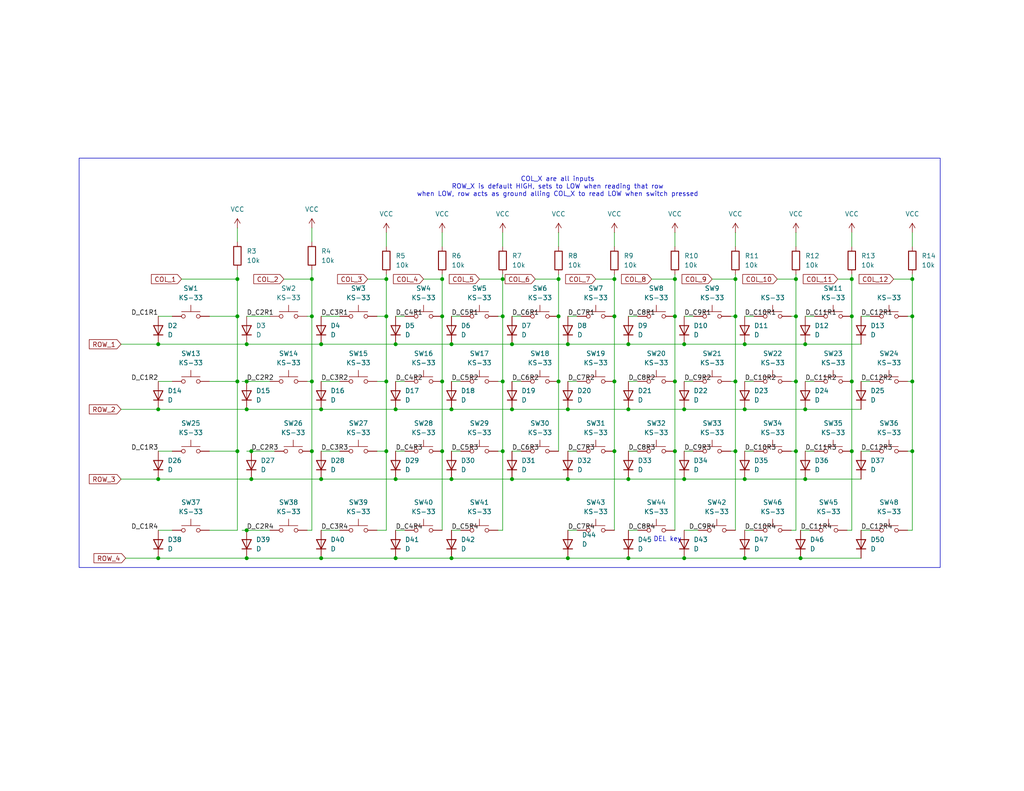
<source format=kicad_sch>
(kicad_sch (version 20231120) (generator "eeschema") (generator_version "8.0")
  (paper "USLetter")
  (title_block (title "40% Keyboard Switch Matrix") (date "2024-03-30") (rev "4") (company "Luke Zambella"))
  (lib_symbols
    (symbol "Device:D" (pin_numbers hide) (pin_names (offset 1.016) hide)
      (property "Reference" "D" (at 0 2.54 0))
      (property "Value" "D" (at 0 -2.54 0))
      (symbol "D_1_1"
        (pin passive line (at -3.81 0 0) (length 2.54) (name "K") (number "1"))
        (pin passive line (at 3.81 0 180) (length 2.54) (name "A") (number "2"))
      )
    )
    (symbol "Device:R" (pin_numbers hide) (pin_names (offset 0))
      (property "Reference" "R" (at 2.032 0 90))
      (property "Value" "R" (at 0 0 90))
      (symbol "R_1_1"
        (pin passive line (at 0 3.81 270) (length 1.27) (name "~") (number "1"))
        (pin passive line (at 0 -3.81 90) (length 1.27) (name "~") (number "2"))
      )
    )
    (symbol "Switches:Gateron_KS-33" (pin_numbers hide) (pin_names (offset 1.016) hide)
      (property "Reference" "SW" (at 1.27 2.54 0))
      (property "Value" "KS-33" (at 0 -1.524 0))
      (symbol "Gateron_KS-33_0_1"
        (pin passive line (at -5.08 0 0) (length 2.54) (name "1") (number "1"))
        (pin passive line (at 5.08 0 180) (length 2.54) (name "2") (number "2"))
      )
    )
    (symbol "power:VCC" (power) (pin_numbers hide) (pin_names (offset 0) hide)
      (property "Value" "VCC" (at 0 3.556 0))
      (symbol "VCC_1_1"
        (pin power_in line (at 0 0 90) (length 0) (name "~") (number "1"))
      )
    )
  )
  (junction (at 64.77 86.36))
  (junction (at 232.41 76.2))
  (junction (at 87.63 152.4))
  (junction (at 154.94 111.76))
  (junction (at 154.94 93.98))
  (junction (at 123.19 152.4))
  (junction (at 67.31 152.4))
  (junction (at 167.64 104.14))
  (junction (at 68.58 130.81))
  (junction (at 218.44 152.4))
  (junction (at 200.66 86.36))
  (junction (at 171.45 111.76))
  (junction (at 152.4 86.36))
  (junction (at 219.71 111.76))
  (junction (at 171.45 130.81))
  (junction (at 184.15 123.19))
  (junction (at 200.66 104.14))
  (junction (at 120.65 86.36))
  (junction (at 152.4 76.2))
  (junction (at 43.18 111.76))
  (junction (at 85.09 123.19))
  (junction (at 139.7 130.81))
  (junction (at 43.18 93.98))
  (junction (at 43.18 152.4))
  (junction (at 137.16 123.19))
  (junction (at 64.77 123.19))
  (junction (at 120.65 123.19))
  (junction (at 139.7 111.76))
  (junction (at 105.41 76.2))
  (junction (at 203.2 130.81))
  (junction (at 67.31 104.14))
  (junction (at 203.2 152.4))
  (junction (at 167.64 76.2))
  (junction (at 219.71 130.81))
  (junction (at 137.16 86.36))
  (junction (at 123.19 130.81))
  (junction (at 200.66 76.2))
  (junction (at 154.94 130.81))
  (junction (at 67.31 93.98))
  (junction (at 167.64 123.19))
  (junction (at 85.09 86.36))
  (junction (at 184.15 76.2))
  (junction (at 232.41 104.14))
  (junction (at 85.09 76.2))
  (junction (at 107.95 152.4))
  (junction (at 186.69 93.98))
  (junction (at 248.92 104.14))
  (junction (at 248.92 86.36))
  (junction (at 105.41 86.36))
  (junction (at 248.92 76.2))
  (junction (at 232.41 123.19))
  (junction (at 120.65 104.14))
  (junction (at 217.17 123.19))
  (junction (at 217.17 76.2))
  (junction (at 248.92 123.19))
  (junction (at 203.2 93.98))
  (junction (at 184.15 104.14))
  (junction (at 152.4 104.14))
  (junction (at 64.77 76.2))
  (junction (at 171.45 93.98))
  (junction (at 232.41 86.36))
  (junction (at 184.15 86.36))
  (junction (at 167.64 86.36))
  (junction (at 203.2 111.76))
  (junction (at 67.31 144.78))
  (junction (at 64.77 104.14))
  (junction (at 107.95 111.76))
  (junction (at 87.63 111.76))
  (junction (at 219.71 93.98))
  (junction (at 87.63 130.81))
  (junction (at 120.65 76.2))
  (junction (at 43.18 130.81))
  (junction (at 186.69 152.4))
  (junction (at 123.19 111.76))
  (junction (at 217.17 104.14))
  (junction (at 200.66 123.19))
  (junction (at 139.7 93.98))
  (junction (at 137.16 104.14))
  (junction (at 68.58 123.19))
  (junction (at 107.95 93.98))
  (junction (at 123.19 93.98))
  (junction (at 67.31 111.76))
  (junction (at 85.09 104.14))
  (junction (at 186.69 111.76))
  (junction (at 154.94 152.4))
  (junction (at 137.16 76.2))
  (junction (at 105.41 123.19))
  (junction (at 87.63 93.98))
  (junction (at 217.17 86.36))
  (junction (at 186.69 130.81))
  (junction (at 105.41 104.14))
  (junction (at 171.45 152.4))
  (junction (at 107.95 130.81))
  (wire (pts (xy 248.92 74.93) (xy 248.92 76.2)))
  (wire (pts (xy 123.19 104.14) (xy 125.73 104.14)))
  (wire (pts (xy 34.29 152.4) (xy 43.18 152.4)))
  (wire (pts (xy 85.09 104.14) (xy 85.09 123.19)))
  (wire (pts (xy 115.57 76.2) (xy 120.65 76.2)))
  (wire (pts (xy 105.41 86.36) (xy 105.41 104.14)))
  (wire (pts (xy 152.4 86.36) (xy 152.4 104.14)))
  (wire (pts (xy 64.77 76.2) (xy 64.77 86.36)))
  (wire (pts (xy 243.84 76.2) (xy 248.92 76.2)))
  (wire (pts (xy 171.45 93.98) (xy 154.94 93.98)))
  (wire (pts (xy 107.95 144.78) (xy 110.49 144.78)))
  (wire (pts (xy 64.77 104.14) (xy 64.77 123.19)))
  (wire (pts (xy 200.66 63.5) (xy 200.66 67.31)))
  (wire (pts (xy 218.44 152.4) (xy 234.95 152.4)))
  (wire (pts (xy 123.19 123.19) (xy 125.73 123.19)))
  (wire (pts (xy 186.69 144.78) (xy 190.5 144.78)))
  (wire (pts (xy 217.17 86.36) (xy 215.9 86.36)))
  (wire (pts (xy 219.71 111.76) (xy 234.95 111.76)))
  (wire (pts (xy 186.69 152.4) (xy 203.2 152.4)))
  (wire (pts (xy 177.8 76.2) (xy 184.15 76.2)))
  (wire (pts (xy 137.16 63.5) (xy 137.16 67.31)))
  (wire (pts (xy 64.77 62.23) (xy 64.77 66.04)))
  (wire (pts (xy 87.63 123.19) (xy 92.71 123.19)))
  (wire (pts (xy 154.94 152.4) (xy 171.45 152.4)))
  (wire (pts (xy 186.69 130.81) (xy 203.2 130.81)))
  (wire (pts (xy 107.95 123.19) (xy 110.49 123.19)))
  (wire (pts (xy 154.94 93.98) (xy 139.7 93.98)))
  (wire (pts (xy 102.87 104.14) (xy 105.41 104.14)))
  (wire (pts (xy 167.64 104.14) (xy 167.64 123.19)))
  (wire (pts (xy 85.09 86.36) (xy 83.82 86.36)))
  (wire (pts (xy 154.94 104.14) (xy 157.48 104.14)))
  (wire (pts (xy 232.41 74.93) (xy 232.41 76.2)))
  (wire (pts (xy 217.17 144.78) (xy 215.9 144.78)))
  (wire (pts (xy 248.92 123.19) (xy 247.65 123.19)))
  (wire (pts (xy 171.45 111.76) (xy 186.69 111.76)))
  (wire (pts (xy 139.7 86.36) (xy 142.24 86.36)))
  (wire (pts (xy 64.77 104.14) (xy 57.15 104.14)))
  (wire (pts (xy 203.2 152.4) (xy 218.44 152.4)))
  (wire (pts (xy 64.77 86.36) (xy 57.15 86.36)))
  (wire (pts (xy 234.95 86.36) (xy 237.49 86.36)))
  (wire (pts (xy 232.41 104.14) (xy 232.41 123.19)))
  (wire (pts (xy 77.47 76.2) (xy 85.09 76.2)))
  (wire (pts (xy 248.92 86.36) (xy 247.65 86.36)))
  (wire (pts (xy 203.2 123.19) (xy 205.74 123.19)))
  (wire (pts (xy 167.64 86.36) (xy 167.64 104.14)))
  (wire (pts (xy 184.15 76.2) (xy 184.15 86.36)))
  (wire (pts (xy 67.31 86.36) (xy 73.66 86.36)))
  (wire (pts (xy 85.09 123.19) (xy 85.09 144.78)))
  (wire (pts (xy 154.94 130.81) (xy 171.45 130.81)))
  (wire (pts (xy 107.95 111.76) (xy 123.19 111.76)))
  (wire (pts (xy 200.66 74.93) (xy 200.66 76.2)))
  (wire (pts (xy 218.44 144.78) (xy 220.98 144.78)))
  (wire (pts (xy 184.15 104.14) (xy 184.15 123.19)))
  (wire (pts (xy 85.09 144.78) (xy 83.82 144.78)))
  (wire (pts (xy 139.7 123.19) (xy 142.24 123.19)))
  (wire (pts (xy 100.33 76.2) (xy 105.41 76.2)))
  (wire (pts (xy 68.58 130.81) (xy 87.63 130.81)))
  (wire (pts (xy 219.71 86.36) (xy 222.25 86.36)))
  (wire (pts (xy 167.64 74.93) (xy 167.64 76.2)))
  (wire (pts (xy 200.66 123.19) (xy 200.66 144.78)))
  (wire (pts (xy 107.95 130.81) (xy 123.19 130.81)))
  (wire (pts (xy 87.63 144.78) (xy 92.71 144.78)))
  (wire (pts (xy 120.65 74.93) (xy 120.65 76.2)))
  (wire (pts (xy 105.41 104.14) (xy 105.41 123.19)))
  (wire (pts (xy 234.95 93.98) (xy 219.71 93.98)))
  (wire (pts (xy 139.7 93.98) (xy 123.19 93.98)))
  (wire (pts (xy 217.17 86.36) (xy 217.17 104.14)))
  (wire (pts (xy 248.92 104.14) (xy 247.65 104.14)))
  (wire (pts (xy 137.16 123.19) (xy 137.16 144.78)))
  (wire (pts (xy 186.69 86.36) (xy 189.23 86.36)))
  (wire (pts (xy 154.94 144.78) (xy 157.48 144.78)))
  (wire (pts (xy 152.4 76.2) (xy 152.4 86.36)))
  (wire (pts (xy 248.92 76.2) (xy 248.92 86.36)))
  (wire (pts (xy 184.15 123.19) (xy 184.15 144.78)))
  (wire (pts (xy 228.6 76.2) (xy 232.41 76.2)))
  (wire (pts (xy 85.09 86.36) (xy 85.09 104.14)))
  (wire (pts (xy 123.19 86.36) (xy 125.73 86.36)))
  (wire (pts (xy 120.65 63.5) (xy 120.65 67.31)))
  (wire (pts (xy 137.16 86.36) (xy 135.89 86.36)))
  (wire (pts (xy 200.66 86.36) (xy 200.66 104.14)))
  (wire (pts (xy 87.63 93.98) (xy 107.95 93.98)))
  (wire (pts (xy 171.45 123.19) (xy 173.99 123.19)))
  (wire (pts (xy 167.64 123.19) (xy 167.64 144.78)))
  (wire (pts (xy 68.58 123.19) (xy 74.93 123.19)))
  (wire (pts (xy 85.09 104.14) (xy 83.82 104.14)))
  (wire (pts (xy 217.17 63.5) (xy 217.17 67.31)))
  (wire (pts (xy 49.53 76.2) (xy 64.77 76.2)))
  (wire (pts (xy 200.66 76.2) (xy 200.66 86.36)))
  (wire (pts (xy 217.17 104.14) (xy 217.17 123.19)))
  (wire (pts (xy 200.66 123.19) (xy 199.39 123.19)))
  (wire (pts (xy 232.41 123.19) (xy 232.41 144.78)))
  (wire (pts (xy 203.2 111.76) (xy 219.71 111.76)))
  (wire (pts (xy 171.45 144.78) (xy 173.99 144.78)))
  (wire (pts (xy 102.87 86.36) (xy 105.41 86.36)))
  (wire (pts (xy 105.41 74.93) (xy 105.41 76.2)))
  (wire (pts (xy 102.87 144.78) (xy 105.41 144.78)))
  (wire (pts (xy 171.45 130.81) (xy 186.69 130.81)))
  (wire (pts (xy 43.18 86.36) (xy 46.99 86.36)))
  (wire (pts (xy 105.41 76.2) (xy 105.41 86.36)))
  (wire (pts (xy 67.31 93.98) (xy 87.63 93.98)))
  (wire (pts (xy 152.4 74.93) (xy 152.4 76.2)))
  (wire (pts (xy 194.31 76.2) (xy 200.66 76.2)))
  (wire (pts (xy 139.7 111.76) (xy 154.94 111.76)))
  (wire (pts (xy 67.31 144.78) (xy 66.04 144.78)))
  (wire (pts (xy 186.69 123.19) (xy 189.23 123.19)))
  (wire (pts (xy 43.18 152.4) (xy 67.31 152.4)))
  (wire (pts (xy 43.18 144.78) (xy 46.99 144.78)))
  (wire (pts (xy 162.56 76.2) (xy 167.64 76.2)))
  (wire (pts (xy 105.41 123.19) (xy 105.41 144.78)))
  (wire (pts (xy 33.02 111.76) (xy 43.18 111.76)))
  (wire (pts (xy 234.95 144.78) (xy 237.49 144.78)))
  (wire (pts (xy 167.64 76.2) (xy 167.64 86.36)))
  (wire (pts (xy 219.71 130.81) (xy 234.95 130.81)))
  (wire (pts (xy 120.65 86.36) (xy 120.65 104.14)))
  (wire (pts (xy 123.19 152.4) (xy 154.94 152.4)))
  (wire (pts (xy 234.95 123.19) (xy 237.49 123.19)))
  (wire (pts (xy 219.71 93.98) (xy 203.2 93.98)))
  (wire (pts (xy 203.2 93.98) (xy 186.69 93.98)))
  (wire (pts (xy 43.18 104.14) (xy 46.99 104.14)))
  (wire (pts (xy 171.45 104.14) (xy 173.99 104.14)))
  (wire (pts (xy 137.16 144.78) (xy 135.89 144.78)))
  (wire (pts (xy 248.92 104.14) (xy 248.92 123.19)))
  (wire (pts (xy 85.09 62.23) (xy 85.09 66.04)))
  (wire (pts (xy 154.94 86.36) (xy 157.48 86.36)))
  (wire (pts (xy 200.66 104.14) (xy 200.66 123.19)))
  (wire (pts (xy 137.16 104.14) (xy 135.89 104.14)))
  (wire (pts (xy 184.15 63.5) (xy 184.15 67.31)))
  (wire (pts (xy 248.92 86.36) (xy 248.92 104.14)))
  (wire (pts (xy 219.71 123.19) (xy 222.25 123.19)))
  (wire (pts (xy 219.71 104.14) (xy 222.25 104.14)))
  (wire (pts (xy 123.19 111.76) (xy 139.7 111.76)))
  (wire (pts (xy 67.31 104.14) (xy 73.66 104.14)))
  (wire (pts (xy 123.19 93.98) (xy 107.95 93.98)))
  (wire (pts (xy 152.4 63.5) (xy 152.4 67.31)))
  (wire (pts (xy 171.45 152.4) (xy 186.69 152.4)))
  (wire (pts (xy 120.65 123.19) (xy 120.65 144.78)))
  (wire (pts (xy 203.2 130.81) (xy 219.71 130.81)))
  (wire (pts (xy 234.95 104.14) (xy 237.49 104.14)))
  (wire (pts (xy 85.09 76.2) (xy 85.09 86.36)))
  (wire (pts (xy 87.63 152.4) (xy 107.95 152.4)))
  (wire (pts (xy 217.17 76.2) (xy 217.17 86.36)))
  (wire (pts (xy 217.17 74.93) (xy 217.17 76.2)))
  (wire (pts (xy 64.77 86.36) (xy 64.77 104.14)))
  (wire (pts (xy 137.16 76.2) (xy 137.16 86.36)))
  (wire (pts (xy 123.19 130.81) (xy 139.7 130.81)))
  (wire (pts (xy 64.77 123.19) (xy 64.77 144.78)))
  (wire (pts (xy 248.92 63.5) (xy 248.92 67.31)))
  (wire (pts (xy 87.63 104.14) (xy 92.71 104.14)))
  (wire (pts (xy 87.63 130.81) (xy 107.95 130.81)))
  (wire (pts (xy 64.77 73.66) (xy 64.77 76.2)))
  (wire (pts (xy 67.31 144.78) (xy 73.66 144.78)))
  (wire (pts (xy 33.02 130.81) (xy 43.18 130.81)))
  (wire (pts (xy 200.66 86.36) (xy 199.39 86.36)))
  (wire (pts (xy 154.94 111.76) (xy 171.45 111.76)))
  (wire (pts (xy 139.7 104.14) (xy 142.24 104.14)))
  (wire (pts (xy 217.17 104.14) (xy 215.9 104.14)))
  (wire (pts (xy 137.16 74.93) (xy 137.16 76.2)))
  (wire (pts (xy 64.77 144.78) (xy 57.15 144.78)))
  (wire (pts (xy 102.87 123.19) (xy 105.41 123.19)))
  (wire (pts (xy 87.63 111.76) (xy 107.95 111.76)))
  (wire (pts (xy 43.18 93.98) (xy 67.31 93.98)))
  (wire (pts (xy 33.02 93.98) (xy 43.18 93.98)))
  (wire (pts (xy 203.2 86.36) (xy 205.74 86.36)))
  (wire (pts (xy 123.19 144.78) (xy 125.73 144.78)))
  (wire (pts (xy 137.16 123.19) (xy 135.89 123.19)))
  (wire (pts (xy 167.64 63.5) (xy 167.64 67.31)))
  (wire (pts (xy 67.31 111.76) (xy 87.63 111.76)))
  (wire (pts (xy 217.17 123.19) (xy 215.9 123.19)))
  (wire (pts (xy 217.17 123.19) (xy 217.17 144.78)))
  (wire (pts (xy 232.41 63.5) (xy 232.41 67.31)))
  (wire (pts (xy 43.18 111.76) (xy 67.31 111.76)))
  (wire (pts (xy 232.41 144.78) (xy 231.14 144.78)))
  (wire (pts (xy 137.16 86.36) (xy 137.16 104.14)))
  (wire (pts (xy 203.2 144.78) (xy 205.74 144.78)))
  (wire (pts (xy 64.77 123.19) (xy 57.15 123.19)))
  (wire (pts (xy 146.05 76.2) (xy 152.4 76.2)))
  (wire (pts (xy 212.09 76.2) (xy 217.17 76.2)))
  (wire (pts (xy 186.69 104.14) (xy 189.23 104.14)))
  (wire (pts (xy 43.18 123.19) (xy 46.99 123.19)))
  (wire (pts (xy 154.94 123.19) (xy 157.48 123.19)))
  (wire (pts (xy 137.16 104.14) (xy 137.16 123.19)))
  (wire (pts (xy 105.41 63.5) (xy 105.41 67.31)))
  (wire (pts (xy 171.45 86.36) (xy 173.99 86.36)))
  (wire (pts (xy 130.81 76.2) (xy 137.16 76.2)))
  (wire (pts (xy 232.41 86.36) (xy 232.41 104.14)))
  (wire (pts (xy 43.18 130.81) (xy 68.58 130.81)))
  (wire (pts (xy 200.66 104.14) (xy 199.39 104.14)))
  (wire (pts (xy 67.31 152.4) (xy 87.63 152.4)))
  (wire (pts (xy 67.31 104.14) (xy 66.04 104.14)))
  (wire (pts (xy 107.95 86.36) (xy 110.49 86.36)))
  (wire (pts (xy 232.41 76.2) (xy 232.41 86.36)))
  (wire (pts (xy 120.65 104.14) (xy 120.65 123.19)))
  (wire (pts (xy 248.92 144.78) (xy 247.65 144.78)))
  (wire (pts (xy 120.65 76.2) (xy 120.65 86.36)))
  (wire (pts (xy 85.09 73.66) (xy 85.09 76.2)))
  (wire (pts (xy 107.95 104.14) (xy 110.49 104.14)))
  (wire (pts (xy 139.7 130.81) (xy 154.94 130.81)))
  (wire (pts (xy 152.4 104.14) (xy 152.4 123.19)))
  (wire (pts (xy 87.63 86.36) (xy 92.71 86.36)))
  (wire (pts (xy 186.69 93.98) (xy 171.45 93.98)))
  (wire (pts (xy 184.15 74.93) (xy 184.15 76.2)))
  (wire (pts (xy 68.58 123.19) (xy 67.31 123.19)))
  (wire (pts (xy 186.69 111.76) (xy 203.2 111.76)))
  (wire (pts (xy 184.15 86.36) (xy 184.15 104.14)))
  (wire (pts (xy 107.95 152.4) (xy 123.19 152.4)))
  (wire (pts (xy 203.2 104.14) (xy 205.74 104.14)))
  (wire (pts (xy 248.92 123.19) (xy 248.92 144.78)))
  (rectangle (start 21.59 43.18) (end 256.54 154.94))
  (text "DEL key\n" (at 182.118 147.32 0) (effects (font (size 1.27 1.27))))
  (text "COL_X are all inputs\nROW_X is default HIGH, sets to LOW when reading that row\nwhen LOW, row acts as ground alling COL_X to read LOW when switch pressed" (at 152.146 51.054 0) (effects (font (size 1.27 1.27))))
  (label "D_C10R1" (at 203.2 86.36 0))
  (label "D_C10R2" (at 203.2 104.14 0))
  (label "D_C2R1" (at 67.31 86.36 0))
  (label "D_C12R2" (at 234.95 104.14 0))
  (label "D_C9R4" (at 187.96 144.78 0))
  (label "D_C5R1" (at 123.19 86.36 0))
  (label "D_C3R1" (at 87.63 86.36 0))
  (label "D_C10R4" (at 203.2 144.78 0))
  (label "D_C9R3" (at 186.69 123.19 0))
  (label "D_C1R2" (at 43.18 104.14 180))
  (label "D_C7R1" (at 154.94 86.36 0))
  (label "D_C11R2" (at 219.71 104.14 0))
  (label "D_C5R4" (at 123.19 144.78 0))
  (label "D_C6R3" (at 139.7 123.19 0))
  (label "D_C5R3" (at 123.19 123.19 0))
  (label "D_C4R2" (at 107.95 104.14 0))
  (label "D_C4R3" (at 107.95 123.19 0))
  (label "D_C4R1" (at 107.95 86.36 0))
  (label "D_C1R3" (at 43.18 123.19 180))
  (label "D_C7R4" (at 154.94 144.78 0))
  (label "D_C5R2" (at 123.19 104.14 0))
  (label "D_C2R2" (at 67.31 104.14 0))
  (label "D_C3R3" (at 87.63 123.19 0))
  (label "D_C11R3" (at 219.71 123.19 0))
  (label "D_C7R3" (at 154.94 123.19 0))
  (label "D_C12R1" (at 234.95 86.36 0))
  (label "D_C2R3" (at 68.58 123.19 0))
  (label "D_C1R4" (at 43.18 144.78 180))
  (label "D_C7R2" (at 154.94 104.14 0))
  (label "D_C8R2" (at 171.45 104.14 0))
  (label "D_C1R1" (at 43.18 86.36 180))
  (label "D_C9R1" (at 186.69 86.36 0))
  (label "D_C6R1" (at 139.7 86.36 0))
  (label "D_C2R4" (at 67.31 144.78 0))
  (label "D_C8R1" (at 171.45 86.36 0))
  (label "D_C11R4" (at 218.44 144.78 0))
  (label "D_C3R2" (at 87.63 104.14 0))
  (label "D_C12R3" (at 234.95 123.19 0))
  (label "D_C3R4" (at 87.63 144.78 0))
  (label "D_C9R2" (at 186.69 104.14 0))
  (label "D_C8R4" (at 171.45 144.78 0))
  (label "D_C6R2" (at 139.7 104.14 0))
  (label "D_C4R4" (at 107.95 144.78 0))
  (label "D_C10R3" (at 203.2 123.19 0))
  (label "D_C11R1" (at 219.71 86.36 0))
  (label "D_C12R4" (at 234.95 144.78 0))
  (label "D_C8R3" (at 171.45 123.19 0))
  (global_label "ROW_2" (shape input) (at 33.02 111.76 180) (property "Intersheetrefs" "${INTERSHEET_REFS}" (effects (hide yes))))
  (global_label "COL_1" (shape input) (at 49.53 76.2 180) (property "Intersheetrefs" "${INTERSHEET_REFS}" (effects (hide yes))))
  (global_label "ROW_4" (shape input) (at 34.29 152.4 180) (property "Intersheetrefs" "${INTERSHEET_REFS}" (effects (hide yes))))
  (global_label "COL_7" (shape input) (at 162.56 76.2 180) (property "Intersheetrefs" "${INTERSHEET_REFS}" (effects (hide yes))))
  (global_label "COL_9" (shape input) (at 194.31 76.2 180) (property "Intersheetrefs" "${INTERSHEET_REFS}" (effects (hide yes))))
  (global_label "ROW_1" (shape input) (at 33.02 93.98 180) (property "Intersheetrefs" "${INTERSHEET_REFS}" (effects (hide yes))))
  (global_label "COL_6" (shape input) (at 146.05 76.2 180) (property "Intersheetrefs" "${INTERSHEET_REFS}" (effects (hide yes))))
  (global_label "COL_10" (shape input) (at 212.09 76.2 180) (property "Intersheetrefs" "${INTERSHEET_REFS}" (effects (hide yes))))
  (global_label "COL_11" (shape input) (at 228.6 76.2 180) (property "Intersheetrefs" "${INTERSHEET_REFS}" (effects (hide yes))))
  (global_label "COL_8" (shape input) (at 177.8 76.2 180) (property "Intersheetrefs" "${INTERSHEET_REFS}" (effects (hide yes))))
  (global_label "COL_12" (shape input) (at 243.84 76.2 180) (property "Intersheetrefs" "${INTERSHEET_REFS}" (effects (hide yes))))
  (global_label "COL_5" (shape input) (at 130.81 76.2 180) (property "Intersheetrefs" "${INTERSHEET_REFS}" (effects (hide yes))))
  (global_label "COL_3" (shape input) (at 100.33 76.2 180) (property "Intersheetrefs" "${INTERSHEET_REFS}" (effects (hide yes))))
  (global_label "COL_4" (shape input) (at 115.57 76.2 180) (property "Intersheetrefs" "${INTERSHEET_REFS}" (effects (hide yes))))
  (global_label "ROW_3" (shape input) (at 33.02 130.81 180) (property "Intersheetrefs" "${INTERSHEET_REFS}" (effects (hide yes))))
  (global_label "COL_2" (shape input) (at 77.47 76.2 180) (property "Intersheetrefs" "${INTERSHEET_REFS}" (effects (hide yes))))
  (symbol (lib_id "power:VCC") (at 120.65 63.5 0) (unit 1)
    (property "Reference" "#PWR011" (effects (hide yes)))
    (property "Value" "VCC" (at 120.65 58.42 0))
    (property "Description" "Power symbol creates a global label with name \"VCC\"" (effects (hide yes)))
  )
  (symbol (lib_id "power:VCC") (at 167.64 63.5 0) (unit 1)
    (property "Reference" "#PWR014" (effects (hide yes)))
    (property "Value" "VCC" (at 167.64 58.42 0))
    (property "Description" "Power symbol creates a global label with name \"VCC\"" (effects (hide yes)))
  )
  (symbol (lib_id "Switches:Gateron_KS-33") (at 78.74 144.78 0) (unit 1)
    (property "Reference" "SW38" (at 78.74 137.16 0))
    (property "Value" "KS-33" (at 78.74 139.7 0))
    (property "Footprint" "Keyboard Switches:SW_Gateron_LowProfile_THT" (effects (hide yes)))
    (property "Description" "Push button switch, generic, two pins" (effects (hide yes)))
  )
  (symbol (lib_id "Switches:Gateron_KS-33") (at 162.56 123.19 0) (unit 1)
    (property "Reference" "SW31" (at 162.56 115.57 0))
    (property "Value" "KS-33" (at 162.56 118.11 0))
    (property "Footprint" "Keyboard Switches:SW_Gateron_LowProfile_THT" (effects (hide yes)))
    (property "Description" "Push button switch, generic, two pins" (effects (hide yes)))
  )
  (symbol (lib_id "Device:D") (at 87.63 107.95 90) (unit 1)
    (property "Reference" "D16" (at 90.17 106.6799 90) (effects (justify right)))
    (property "Value" "D" (at 90.17 109.2199 90) (effects (justify right)))
    (property "Footprint" "Diode_SMD:D_SOD-123" (effects (hide yes)))
    (property "Description" "Diode" (effects (hide yes)))
    (property "Sim.Device" "D" (effects (hide yes)))
    (property "Sim.Pins" "1=K 2=A" (effects (hide yes)))
  )
  (symbol (lib_id "power:VCC") (at 85.09 62.23 0) (unit 1)
    (property "Reference" "#PWR09" (effects (hide yes)))
    (property "Value" "VCC" (at 85.09 57.15 0))
    (property "Description" "Power symbol creates a global label with name \"VCC\"" (effects (hide yes)))
  )
  (symbol (lib_id "Switches:Gateron_KS-33") (at 179.07 104.14 0) (unit 1)
    (property "Reference" "SW20" (at 179.07 96.52 0))
    (property "Value" "KS-33" (at 179.07 99.06 0))
    (property "Footprint" "Keyboard Switches:SW_Gateron_LowProfile_THT" (effects (hide yes)))
    (property "Description" "Push button switch, generic, two pins" (effects (hide yes)))
  )
  (symbol (lib_id "Device:D") (at 171.45 107.95 90) (unit 1)
    (property "Reference" "D21" (at 173.99 106.6799 90) (effects (justify right)))
    (property "Value" "D" (at 173.99 109.2199 90) (effects (justify right)))
    (property "Footprint" "Diode_SMD:D_SOD-123" (effects (hide yes)))
    (property "Description" "Diode" (effects (hide yes)))
    (property "Sim.Device" "D" (effects (hide yes)))
    (property "Sim.Pins" "1=K 2=A" (effects (hide yes)))
  )
  (symbol (lib_id "Device:D") (at 67.31 90.17 90) (unit 1)
    (property "Reference" "D3" (at 69.85 88.8999 90) (effects (justify right)))
    (property "Value" "D" (at 69.85 91.4399 90) (effects (justify right)))
    (property "Footprint" "Diode_SMD:D_SOD-123" (effects (hide yes)))
    (property "Description" "Diode" (effects (hide yes)))
    (property "Sim.Device" "D" (effects (hide yes)))
    (property "Sim.Pins" "1=K 2=A" (effects (hide yes)))
  )
  (symbol (lib_id "Device:D") (at 186.69 90.17 90) (unit 1)
    (property "Reference" "D10" (at 189.23 88.8999 90) (effects (justify right)))
    (property "Value" "D" (at 189.23 91.4399 90) (effects (justify right)))
    (property "Footprint" "Diode_SMD:D_SOD-123" (effects (hide yes)))
    (property "Description" "Diode" (effects (hide yes)))
    (property "Sim.Device" "D" (effects (hide yes)))
    (property "Sim.Pins" "1=K 2=A" (effects (hide yes)))
  )
  (symbol (lib_id "Device:D") (at 218.44 148.59 90) (unit 1)
    (property "Reference" "D46" (at 220.98 147.3199 90) (effects (justify right)))
    (property "Value" "D" (at 220.98 149.8599 90) (effects (justify right)))
    (property "Footprint" "Diode_SMD:D_SOD-123" (effects (hide yes)))
    (property "Description" "Diode" (effects (hide yes)))
    (property "Sim.Device" "D" (effects (hide yes)))
    (property "Sim.Pins" "1=K 2=A" (effects (hide yes)))
  )
  (symbol (lib_id "Switches:Gateron_KS-33") (at 210.82 123.19 0) (unit 1)
    (property "Reference" "SW34" (at 210.82 115.57 0))
    (property "Value" "KS-33" (at 210.82 118.11 0))
    (property "Footprint" "Keyboard Switches:SW_Gateron_LowProfile_THT" (effects (hide yes)))
    (property "Description" "Push button switch, generic, two pins" (effects (hide yes)))
  )
  (symbol (lib_id "Switches:Gateron_KS-33") (at 115.57 104.14 0) (unit 1)
    (property "Reference" "SW16" (at 115.57 96.52 0))
    (property "Value" "KS-33" (at 115.57 99.06 0))
    (property "Footprint" "Keyboard Switches:SW_Gateron_LowProfile_THT" (effects (hide yes)))
    (property "Description" "Push button switch, generic, two pins" (effects (hide yes)))
  )
  (symbol (lib_id "Device:D") (at 43.18 90.17 90) (unit 1)
    (property "Reference" "D2" (at 45.72 88.8999 90) (effects (justify right)))
    (property "Value" "D" (at 45.72 91.4399 90) (effects (justify right)))
    (property "Footprint" "Diode_SMD:D_SOD-123" (effects (hide yes)))
    (property "Description" "Diode" (effects (hide yes)))
    (property "Sim.Device" "D" (effects (hide yes)))
    (property "Sim.Pins" "1=K 2=A" (effects (hide yes)))
  )
  (symbol (lib_id "Switches:Gateron_KS-33") (at 227.33 104.14 0) (unit 1)
    (property "Reference" "SW23" (at 227.33 96.52 0))
    (property "Value" "KS-33" (at 227.33 99.06 0))
    (property "Footprint" "Keyboard Switches:SW_Gateron_LowProfile_THT" (effects (hide yes)))
    (property "Description" "Push button switch, generic, two pins" (effects (hide yes)))
  )
  (symbol (lib_id "Switches:Gateron_KS-33") (at 179.07 86.36 0) (unit 1)
    (property "Reference" "SW8" (at 179.07 78.74 0))
    (property "Value" "KS-33" (at 179.07 81.28 0))
    (property "Footprint" "Keyboard Switches:SW_Gateron_LowProfile_THT" (effects (hide yes)))
    (property "Description" "Push button switch, generic, two pins" (effects (hide yes)))
  )
  (symbol (lib_id "Device:D") (at 43.18 127 90) (unit 1)
    (property "Reference" "D26" (at 45.72 125.7299 90) (effects (justify right)))
    (property "Value" "D" (at 45.72 128.2699 90) (effects (justify right)))
    (property "Footprint" "Diode_SMD:D_SOD-123" (effects (hide yes)))
    (property "Description" "Diode" (effects (hide yes)))
    (property "Sim.Device" "D" (effects (hide yes)))
    (property "Sim.Pins" "1=K 2=A" (effects (hide yes)))
  )
  (symbol (lib_id "Device:D") (at 154.94 90.17 90) (unit 1)
    (property "Reference" "D8" (at 157.48 88.8999 90) (effects (justify right)))
    (property "Value" "D" (at 157.48 91.4399 90) (effects (justify right)))
    (property "Footprint" "Diode_SMD:D_SOD-123" (effects (hide yes)))
    (property "Description" "Diode" (effects (hide yes)))
    (property "Sim.Device" "D" (effects (hide yes)))
    (property "Sim.Pins" "1=K 2=A" (effects (hide yes)))
  )
  (symbol (lib_id "Switches:Gateron_KS-33") (at 210.82 144.78 0) (unit 1)
    (property "Reference" "SW46" (at 210.82 137.16 0))
    (property "Value" "KS-33" (at 210.82 139.7 0))
    (property "Footprint" "Keyboard Switches:SW_Gateron_LowProfile_THT" (effects (hide yes)))
    (property "Description" "Push button switch, generic, two pins" (effects (hide yes)))
  )
  (symbol (lib_id "power:VCC") (at 200.66 63.5 0) (unit 1)
    (property "Reference" "#PWR016" (effects (hide yes)))
    (property "Value" "VCC" (at 200.66 58.42 0))
    (property "Description" "Power symbol creates a global label with name \"VCC\"" (effects (hide yes)))
  )
  (symbol (lib_id "Switches:Gateron_KS-33") (at 52.07 104.14 0) (unit 1)
    (property "Reference" "SW13" (at 52.07 96.52 0))
    (property "Value" "KS-33" (at 52.07 99.06 0))
    (property "Footprint" "Keyboard Switches:SW_Gateron_LowProfile_THT" (effects (hide yes)))
    (property "Description" "Push button switch, generic, two pins" (effects (hide yes)))
  )
  (symbol (lib_id "Device:D") (at 123.19 148.59 90) (unit 1)
    (property "Reference" "D42" (at 125.73 147.3199 90) (effects (justify right)))
    (property "Value" "D" (at 125.73 149.8599 90) (effects (justify right)))
    (property "Footprint" "Diode_SMD:D_SOD-123" (effects (hide yes)))
    (property "Description" "Diode" (effects (hide yes)))
    (property "Sim.Device" "D" (effects (hide yes)))
    (property "Sim.Pins" "1=K 2=A" (effects (hide yes)))
  )
  (symbol (lib_id "Device:D") (at 123.19 127 90) (unit 1)
    (property "Reference" "D30" (at 125.73 125.7299 90) (effects (justify right)))
    (property "Value" "D" (at 125.73 128.2699 90) (effects (justify right)))
    (property "Footprint" "Diode_SMD:D_SOD-123" (effects (hide yes)))
    (property "Description" "Diode" (effects (hide yes)))
    (property "Sim.Device" "D" (effects (hide yes)))
    (property "Sim.Pins" "1=K 2=A" (effects (hide yes)))
  )
  (symbol (lib_id "Switches:Gateron_KS-33") (at 97.79 104.14 0) (unit 1)
    (property "Reference" "SW15" (at 97.79 96.52 0))
    (property "Value" "KS-33" (at 97.79 99.06 0))
    (property "Footprint" "Keyboard Switches:SW_Gateron_LowProfile_THT" (effects (hide yes)))
    (property "Description" "Push button switch, generic, two pins" (effects (hide yes)))
  )
  (symbol (lib_id "Device:D") (at 234.95 90.17 90) (unit 1)
    (property "Reference" "D13" (at 237.49 88.8999 90) (effects (justify right)))
    (property "Value" "D" (at 237.49 91.4399 90) (effects (justify right)))
    (property "Footprint" "Diode_SMD:D_SOD-123" (effects (hide yes)))
    (property "Description" "Diode" (effects (hide yes)))
    (property "Sim.Device" "D" (effects (hide yes)))
    (property "Sim.Pins" "1=K 2=A" (effects (hide yes)))
  )
  (symbol (lib_id "Switches:Gateron_KS-33") (at 179.07 144.78 0) (unit 1)
    (property "Reference" "SW44" (at 179.07 137.16 0))
    (property "Value" "KS-33" (at 179.07 139.7 0))
    (property "Footprint" "Keyboard Switches:SW_Gateron_LowProfile_THT" (effects (hide yes)))
    (property "Description" "Push button switch, generic, two pins" (effects (hide yes)))
  )
  (symbol (lib_id "Device:D") (at 154.94 148.59 90) (unit 1)
    (property "Reference" "D44" (at 158.75 146.0499 90) (effects (justify right)))
    (property "Value" "D" (at 158.75 148.5899 90) (effects (justify right)))
    (property "Footprint" "Diode_SMD:D_SOD-123" (effects (hide yes)))
    (property "Description" "Diode" (effects (hide yes)))
    (property "Sim.Device" "D" (effects (hide yes)))
    (property "Sim.Pins" "1=K 2=A" (effects (hide yes)))
  )
  (symbol (lib_id "Device:D") (at 171.45 148.59 90) (unit 1)
    (property "Reference" "D45" (at 173.99 147.3199 90) (effects (justify right)))
    (property "Value" "D" (at 173.99 149.8599 90) (effects (justify right)))
    (property "Footprint" "Diode_SMD:D_SOD-123" (effects (hide yes)))
    (property "Description" "Diode" (effects (hide yes)))
    (property "Sim.Device" "D" (effects (hide yes)))
    (property "Sim.Pins" "1=K 2=A" (effects (hide yes)))
  )
  (symbol (lib_id "Device:R") (at 184.15 71.12 180) (unit 1)
    (property "Reference" "R10" (at 186.69 69.8499 0) (effects (justify right)))
    (property "Value" "10k" (at 186.69 72.3899 0) (effects (justify right)))
    (property "Footprint" "Resistor_SMD:R_1206_3216Metric" (effects (hide yes)))
    (property "Description" "Resistor" (effects (hide yes)))
  )
  (symbol (lib_id "Switches:Gateron_KS-33") (at 194.31 86.36 0) (unit 1)
    (property "Reference" "SW9" (at 194.31 78.74 0))
    (property "Value" "KS-33" (at 194.31 81.28 0))
    (property "Footprint" "Keyboard Switches:SW_Gateron_LowProfile_THT" (effects (hide yes)))
    (property "Description" "Push button switch, generic, two pins" (effects (hide yes)))
  )
  (symbol (lib_id "Switches:Gateron_KS-33") (at 80.01 123.19 0) (unit 1)
    (property "Reference" "SW26" (at 80.01 115.57 0))
    (property "Value" "KS-33" (at 80.01 118.11 0))
    (property "Footprint" "Keyboard Switches:SW_Gateron_LowProfile_THT" (effects (hide yes)))
    (property "Description" "Push button switch, generic, two pins" (effects (hide yes)))
  )
  (symbol (lib_id "Device:D") (at 186.69 127 90) (unit 1)
    (property "Reference" "D34" (at 189.23 125.7299 90) (effects (justify right)))
    (property "Value" "D" (at 189.23 128.2699 90) (effects (justify right)))
    (property "Footprint" "Diode_SMD:D_SOD-123" (effects (hide yes)))
    (property "Description" "Diode" (effects (hide yes)))
    (property "Sim.Device" "D" (effects (hide yes)))
    (property "Sim.Pins" "1=K 2=A" (effects (hide yes)))
  )
  (symbol (lib_id "Switches:Gateron_KS-33") (at 52.07 123.19 0) (unit 1)
    (property "Reference" "SW25" (at 52.07 115.57 0))
    (property "Value" "KS-33" (at 52.07 118.11 0))
    (property "Footprint" "Keyboard Switches:SW_Gateron_LowProfile_THT" (effects (hide yes)))
    (property "Description" "Push button switch, generic, two pins" (effects (hide yes)))
  )
  (symbol (lib_id "Switches:Gateron_KS-33") (at 195.58 144.78 0) (unit 1)
    (property "Reference" "SW42" (at 195.58 137.16 0))
    (property "Value" "KS-33" (at 195.58 139.7 0))
    (property "Footprint" "Keyboard Switches:SW_Gateron_LowProfile_THT" (effects (hide yes)))
    (property "Description" "Push button switch, generic, two pins" (effects (hide yes)))
  )
  (symbol (lib_id "Device:D") (at 219.71 107.95 90) (unit 1)
    (property "Reference" "D24" (at 222.25 106.6799 90) (effects (justify right)))
    (property "Value" "D" (at 222.25 109.2199 90) (effects (justify right)))
    (property "Footprint" "Diode_SMD:D_SOD-123" (effects (hide yes)))
    (property "Description" "Diode" (effects (hide yes)))
    (property "Sim.Device" "D" (effects (hide yes)))
    (property "Sim.Pins" "1=K 2=A" (effects (hide yes)))
  )
  (symbol (lib_id "Switches:Gateron_KS-33") (at 227.33 86.36 0) (unit 1)
    (property "Reference" "SW11" (at 227.33 78.74 0))
    (property "Value" "KS-33" (at 227.33 81.28 0))
    (property "Footprint" "Keyboard Switches:SW_Gateron_LowProfile_THT" (effects (hide yes)))
    (property "Description" "Push button switch, generic, two pins" (effects (hide yes)))
  )
  (symbol (lib_id "power:VCC") (at 232.41 63.5 0) (unit 1)
    (property "Reference" "#PWR018" (effects (hide yes)))
    (property "Value" "VCC" (at 232.41 58.42 0))
    (property "Description" "Power symbol creates a global label with name \"VCC\"" (effects (hide yes)))
  )
  (symbol (lib_id "Device:D") (at 87.63 148.59 90) (unit 1)
    (property "Reference" "D40" (at 90.17 147.3199 90) (effects (justify right)))
    (property "Value" "D" (at 90.17 149.8599 90) (effects (justify right)))
    (property "Footprint" "Diode_SMD:D_SOD-123" (effects (hide yes)))
    (property "Description" "Diode" (effects (hide yes)))
    (property "Sim.Device" "D" (effects (hide yes)))
    (property "Sim.Pins" "1=K 2=A" (effects (hide yes)))
  )
  (symbol (lib_id "Device:D") (at 154.94 127 90) (unit 1)
    (property "Reference" "D32" (at 157.48 125.7299 90) (effects (justify right)))
    (property "Value" "D" (at 157.48 128.2699 90) (effects (justify right)))
    (property "Footprint" "Diode_SMD:D_SOD-123" (effects (hide yes)))
    (property "Description" "Diode" (effects (hide yes)))
    (property "Sim.Device" "D" (effects (hide yes)))
    (property "Sim.Pins" "1=K 2=A" (effects (hide yes)))
  )
  (symbol (lib_id "Device:R") (at 137.16 71.12 180) (unit 1)
    (property "Reference" "R7" (at 139.7 69.8499 0) (effects (justify right)))
    (property "Value" "10k" (at 139.7 72.3899 0) (effects (justify right)))
    (property "Footprint" "Resistor_SMD:R_1206_3216Metric" (effects (hide yes)))
    (property "Description" "Resistor" (effects (hide yes)))
  )
  (symbol (lib_id "Device:D") (at 68.58 127 90) (unit 1)
    (property "Reference" "D27" (at 71.12 125.7299 90) (effects (justify right)))
    (property "Value" "D" (at 71.12 128.2699 90) (effects (justify right)))
    (property "Footprint" "Diode_SMD:D_SOD-123" (effects (hide yes)))
    (property "Description" "Diode" (effects (hide yes)))
    (property "Sim.Device" "D" (effects (hide yes)))
    (property "Sim.Pins" "1=K 2=A" (effects (hide yes)))
  )
  (symbol (lib_id "power:VCC") (at 105.41 63.5 0) (unit 1)
    (property "Reference" "#PWR010" (effects (hide yes)))
    (property "Value" "VCC" (at 105.41 58.42 0))
    (property "Description" "Power symbol creates a global label with name \"VCC\"" (effects (hide yes)))
  )
  (symbol (lib_id "Switches:Gateron_KS-33") (at 242.57 86.36 0) (unit 1)
    (property "Reference" "SW12" (effects (hide yes)))
    (property "Value" "KS-33" (at 242.57 81.28 0))
    (property "Footprint" "Keyboard Switches:SW_Gateron_LowProfile_THT" (effects (hide yes)))
    (property "Description" "Push button switch, generic, two pins" (effects (hide yes)))
  )
  (symbol (lib_id "Device:D") (at 67.31 107.95 90) (unit 1)
    (property "Reference" "D15" (at 69.85 106.6799 90) (effects (justify right)))
    (property "Value" "D" (at 69.85 109.2199 90) (effects (justify right)))
    (property "Footprint" "Diode_SMD:D_SOD-123" (effects (hide yes)))
    (property "Description" "Diode" (effects (hide yes)))
    (property "Sim.Device" "D" (effects (hide yes)))
    (property "Sim.Pins" "1=K 2=A" (effects (hide yes)))
  )
  (symbol (lib_id "Switches:Gateron_KS-33") (at 194.31 123.19 0) (unit 1)
    (property "Reference" "SW33" (at 194.31 115.57 0))
    (property "Value" "KS-33" (at 194.31 118.11 0))
    (property "Footprint" "Keyboard Switches:SW_Gateron_LowProfile_THT" (effects (hide yes)))
    (property "Description" "Push button switch, generic, two pins" (effects (hide yes)))
  )
  (symbol (lib_id "Switches:Gateron_KS-33") (at 130.81 123.19 0) (unit 1)
    (property "Reference" "SW29" (at 130.81 115.57 0))
    (property "Value" "KS-33" (at 130.81 118.11 0))
    (property "Footprint" "Keyboard Switches:SW_Gateron_LowProfile_THT" (effects (hide yes)))
    (property "Description" "Push button switch, generic, two pins" (effects (hide yes)))
  )
  (symbol (lib_id "Device:D") (at 107.95 90.17 90) (unit 1)
    (property "Reference" "D5" (at 110.49 88.8999 90) (effects (justify right)))
    (property "Value" "D" (at 110.49 91.4399 90) (effects (justify right)))
    (property "Footprint" "Diode_SMD:D_SOD-123" (effects (hide yes)))
    (property "Description" "Diode" (effects (hide yes)))
    (property "Sim.Device" "D" (effects (hide yes)))
    (property "Sim.Pins" "1=K 2=A" (effects (hide yes)))
  )
  (symbol (lib_id "Device:D") (at 43.18 107.95 90) (unit 1)
    (property "Reference" "D14" (at 45.72 106.6799 90) (effects (justify right)))
    (property "Value" "D" (at 45.72 109.2199 90) (effects (justify right)))
    (property "Footprint" "Diode_SMD:D_SOD-123" (effects (hide yes)))
    (property "Description" "Diode" (effects (hide yes)))
    (property "Sim.Device" "D" (effects (hide yes)))
    (property "Sim.Pins" "1=K 2=A" (effects (hide yes)))
  )
  (symbol (lib_id "Device:D") (at 203.2 90.17 90) (unit 1)
    (property "Reference" "D11" (at 205.74 88.8999 90) (effects (justify right)))
    (property "Value" "D" (at 205.74 91.4399 90) (effects (justify right)))
    (property "Footprint" "Diode_SMD:D_SOD-123" (effects (hide yes)))
    (property "Description" "Diode" (effects (hide yes)))
    (property "Sim.Device" "D" (effects (hide yes)))
    (property "Sim.Pins" "1=K 2=A" (effects (hide yes)))
  )
  (symbol (lib_id "Switches:Gateron_KS-33") (at 52.07 86.36 0) (unit 1)
    (property "Reference" "SW1" (at 52.07 78.74 0))
    (property "Value" "KS-33" (at 52.07 81.28 0))
    (property "Footprint" "Keyboard Switches:SW_Gateron_LowProfile_THT" (effects (hide yes)))
    (property "Description" "Push button switch, generic, two pins" (effects (hide yes)))
  )
  (symbol (lib_id "Device:R") (at 167.64 71.12 180) (unit 1)
    (property "Reference" "R9" (at 170.18 69.8499 0) (effects (justify right)))
    (property "Value" "10k" (at 170.18 72.3899 0) (effects (justify right)))
    (property "Footprint" "Resistor_SMD:R_1206_3216Metric" (effects (hide yes)))
    (property "Description" "Resistor" (effects (hide yes)))
  )
  (symbol (lib_id "Switches:Gateron_KS-33") (at 162.56 86.36 0) (unit 1)
    (property "Reference" "SW7" (at 162.56 78.74 0))
    (property "Value" "KS-33" (at 162.56 81.28 0))
    (property "Footprint" "Keyboard Switches:SW_Gateron_LowProfile_THT" (effects (hide yes)))
    (property "Description" "Push button switch, generic, two pins" (effects (hide yes)))
  )
  (symbol (lib_id "Switches:Gateron_KS-33") (at 194.31 104.14 0) (unit 1)
    (property "Reference" "SW21" (at 194.31 96.52 0))
    (property "Value" "KS-33" (at 194.31 99.06 0))
    (property "Footprint" "Keyboard Switches:SW_Gateron_LowProfile_THT" (effects (hide yes)))
    (property "Description" "Push button switch, generic, two pins" (effects (hide yes)))
  )
  (symbol (lib_id "power:VCC") (at 137.16 63.5 0) (unit 1)
    (property "Reference" "#PWR012" (effects (hide yes)))
    (property "Value" "VCC" (at 137.16 58.42 0))
    (property "Description" "Power symbol creates a global label with name \"VCC\"" (effects (hide yes)))
  )
  (symbol (lib_id "Device:D") (at 107.95 127 90) (unit 1)
    (property "Reference" "D29" (at 110.49 125.7299 90) (effects (justify right)))
    (property "Value" "D" (at 110.49 128.2699 90) (effects (justify right)))
    (property "Footprint" "Diode_SMD:D_SOD-123" (effects (hide yes)))
    (property "Description" "Diode" (effects (hide yes)))
    (property "Sim.Device" "D" (effects (hide yes)))
    (property "Sim.Pins" "1=K 2=A" (effects (hide yes)))
  )
  (symbol (lib_id "Device:D") (at 154.94 107.95 90) (unit 1)
    (property "Reference" "D20" (at 157.48 106.6799 90) (effects (justify right)))
    (property "Value" "D" (at 157.48 109.2199 90) (effects (justify right)))
    (property "Footprint" "Diode_SMD:D_SOD-123" (effects (hide yes)))
    (property "Description" "Diode" (effects (hide yes)))
    (property "Sim.Device" "D" (effects (hide yes)))
    (property "Sim.Pins" "1=K 2=A" (effects (hide yes)))
  )
  (symbol (lib_id "Device:D") (at 43.18 148.59 90) (unit 1)
    (property "Reference" "D38" (at 45.72 147.3199 90) (effects (justify right)))
    (property "Value" "D" (at 45.72 149.8599 90) (effects (justify right)))
    (property "Footprint" "Diode_SMD:D_SOD-123" (effects (hide yes)))
    (property "Description" "Diode" (effects (hide yes)))
    (property "Sim.Device" "D" (effects (hide yes)))
    (property "Sim.Pins" "1=K 2=A" (effects (hide yes)))
  )
  (symbol (lib_id "Device:D") (at 186.69 148.59 90) (unit 1)
    (property "Reference" "D43" (at 189.23 147.3199 90) (effects (justify right)))
    (property "Value" "D" (at 189.23 149.8599 90) (effects (justify right)))
    (property "Footprint" "Diode_SMD:D_SOD-123" (effects (hide yes)))
    (property "Description" "Diode" (effects (hide yes)))
    (property "Sim.Device" "D" (effects (hide yes)))
    (property "Sim.Pins" "1=K 2=A" (effects (hide yes)))
  )
  (symbol (lib_id "power:VCC") (at 184.15 63.5 0) (unit 1)
    (property "Reference" "#PWR015" (effects (hide yes)))
    (property "Value" "VCC" (at 184.15 58.42 0))
    (property "Description" "Power symbol creates a global label with name \"VCC\"" (effects (hide yes)))
  )
  (symbol (lib_id "Switches:Gateron_KS-33") (at 242.57 104.14 0) (unit 1)
    (property "Reference" "SW24" (at 242.57 96.52 0))
    (property "Value" "KS-33" (at 242.57 99.06 0))
    (property "Footprint" "Keyboard Switches:SW_Gateron_LowProfile_THT" (effects (hide yes)))
    (property "Description" "Push button switch, generic, two pins" (effects (hide yes)))
  )
  (symbol (lib_id "Device:D") (at 203.2 107.95 90) (unit 1)
    (property "Reference" "D23" (at 205.74 106.6799 90) (effects (justify right)))
    (property "Value" "D" (at 205.74 109.2199 90) (effects (justify right)))
    (property "Footprint" "Diode_SMD:D_SOD-123" (effects (hide yes)))
    (property "Description" "Diode" (effects (hide yes)))
    (property "Sim.Device" "D" (effects (hide yes)))
    (property "Sim.Pins" "1=K 2=A" (effects (hide yes)))
  )
  (symbol (lib_id "Device:R") (at 232.41 71.12 180) (unit 1)
    (property "Reference" "R13" (at 234.95 69.8499 0) (effects (justify right)))
    (property "Value" "10k" (at 234.95 72.3899 0) (effects (justify right)))
    (property "Footprint" "Resistor_SMD:R_1206_3216Metric" (effects (hide yes)))
    (property "Description" "Resistor" (effects (hide yes)))
  )
  (symbol (lib_id "Switches:Gateron_KS-33") (at 147.32 86.36 0) (unit 1)
    (property "Reference" "SW6" (at 147.32 78.74 0))
    (property "Value" "KS-33" (at 147.32 81.28 0))
    (property "Footprint" "Keyboard Switches:SW_Gateron_LowProfile_THT" (effects (hide yes)))
    (property "Description" "Push button switch, generic, two pins" (effects (hide yes)))
  )
  (symbol (lib_id "Switches:Gateron_KS-33") (at 115.57 144.78 0) (unit 1)
    (property "Reference" "SW40" (at 115.57 137.16 0))
    (property "Value" "KS-33" (at 115.57 139.7 0))
    (property "Footprint" "Keyboard Switches:SW_Gateron_LowProfile_THT" (effects (hide yes)))
    (property "Description" "Push button switch, generic, two pins" (effects (hide yes)))
  )
  (symbol (lib_id "Switches:Gateron_KS-33") (at 210.82 104.14 0) (unit 1)
    (property "Reference" "SW22" (at 210.82 96.52 0))
    (property "Value" "KS-33" (at 210.82 99.06 0))
    (property "Footprint" "Keyboard Switches:SW_Gateron_LowProfile_THT" (effects (hide yes)))
    (property "Description" "Push button switch, generic, two pins" (effects (hide yes)))
  )
  (symbol (lib_id "Device:R") (at 120.65 71.12 180) (unit 1)
    (property "Reference" "R6" (at 123.19 69.8499 0) (effects (justify right)))
    (property "Value" "10k" (at 123.19 72.3899 0) (effects (justify right)))
    (property "Footprint" "Resistor_SMD:R_1206_3216Metric" (effects (hide yes)))
    (property "Description" "Resistor" (effects (hide yes)))
  )
  (symbol (lib_id "Switches:Gateron_KS-33") (at 147.32 104.14 0) (unit 1)
    (property "Reference" "SW18" (at 147.32 96.52 0))
    (property "Value" "KS-33" (at 147.32 99.06 0))
    (property "Footprint" "Keyboard Switches:SW_Gateron_LowProfile_THT" (effects (hide yes)))
    (property "Description" "Push button switch, generic, two pins" (effects (hide yes)))
  )
  (symbol (lib_id "Switches:Gateron_KS-33") (at 115.57 123.19 0) (unit 1)
    (property "Reference" "SW28" (at 115.57 115.57 0))
    (property "Value" "KS-33" (at 115.57 118.11 0))
    (property "Footprint" "Keyboard Switches:SW_Gateron_LowProfile_THT" (effects (hide yes)))
    (property "Description" "Push button switch, generic, two pins" (effects (hide yes)))
  )
  (symbol (lib_id "Device:D") (at 203.2 127 90) (unit 1)
    (property "Reference" "D35" (at 205.74 125.7299 90) (effects (justify right)))
    (property "Value" "D" (at 205.74 128.2699 90) (effects (justify right)))
    (property "Footprint" "Diode_SMD:D_SOD-123" (effects (hide yes)))
    (property "Description" "Diode" (effects (hide yes)))
    (property "Sim.Device" "D" (effects (hide yes)))
    (property "Sim.Pins" "1=K 2=A" (effects (hide yes)))
  )
  (symbol (lib_id "Device:R") (at 64.77 69.85 180) (unit 1)
    (property "Reference" "R3" (at 67.31 68.5799 0) (effects (justify right)))
    (property "Value" "10k" (at 67.31 71.1199 0) (effects (justify right)))
    (property "Footprint" "Resistor_SMD:R_1206_3216Metric" (effects (hide yes)))
    (property "Description" "Resistor" (effects (hide yes)))
  )
  (symbol (lib_id "Device:D") (at 123.19 107.95 90) (unit 1)
    (property "Reference" "D18" (at 125.73 106.6799 90) (effects (justify right)))
    (property "Value" "D" (at 125.73 109.2199 90) (effects (justify right)))
    (property "Footprint" "Diode_SMD:D_SOD-123" (effects (hide yes)))
    (property "Description" "Diode" (effects (hide yes)))
    (property "Sim.Device" "D" (effects (hide yes)))
    (property "Sim.Pins" "1=K 2=A" (effects (hide yes)))
  )
  (symbol (lib_id "Device:D") (at 87.63 127 90) (unit 1)
    (property "Reference" "D28" (at 90.17 125.7299 90) (effects (justify right)))
    (property "Value" "D" (at 90.17 128.2699 90) (effects (justify right)))
    (property "Footprint" "Diode_SMD:D_SOD-123" (effects (hide yes)))
    (property "Description" "Diode" (effects (hide yes)))
    (property "Sim.Device" "D" (effects (hide yes)))
    (property "Sim.Pins" "1=K 2=A" (effects (hide yes)))
  )
  (symbol (lib_id "Device:D") (at 186.69 107.95 90) (unit 1)
    (property "Reference" "D22" (at 189.23 106.6799 90) (effects (justify right)))
    (property "Value" "D" (at 189.23 109.2199 90) (effects (justify right)))
    (property "Footprint" "Diode_SMD:D_SOD-123" (effects (hide yes)))
    (property "Description" "Diode" (effects (hide yes)))
    (property "Sim.Device" "D" (effects (hide yes)))
    (property "Sim.Pins" "1=K 2=A" (effects (hide yes)))
  )
  (symbol (lib_id "Switches:Gateron_KS-33") (at 130.81 104.14 0) (unit 1)
    (property "Reference" "SW17" (at 130.81 96.52 0))
    (property "Value" "KS-33" (at 130.81 99.06 0))
    (property "Footprint" "Keyboard Switches:SW_Gateron_LowProfile_THT" (effects (hide yes)))
    (property "Description" "Push button switch, generic, two pins" (effects (hide yes)))
  )
  (symbol (lib_id "Device:D") (at 234.95 148.59 90) (unit 1)
    (property "Reference" "D50" (at 237.49 147.3199 90) (effects (justify right)))
    (property "Value" "D" (at 237.49 149.8599 90) (effects (justify right)))
    (property "Footprint" "Diode_SMD:D_SOD-123" (effects (hide yes)))
    (property "Description" "Diode" (effects (hide yes)))
    (property "Sim.Device" "D" (effects (hide yes)))
    (property "Sim.Pins" "1=K 2=A" (effects (hide yes)))
  )
  (symbol (lib_id "Device:R") (at 85.09 69.85 180) (unit 1)
    (property "Reference" "R4" (at 87.63 68.5799 0) (effects (justify right)))
    (property "Value" "10k" (at 87.63 71.1199 0) (effects (justify right)))
    (property "Footprint" "Resistor_SMD:R_1206_3216Metric" (effects (hide yes)))
    (property "Description" "Resistor" (effects (hide yes)))
  )
  (symbol (lib_id "Switches:Gateron_KS-33") (at 115.57 86.36 0) (unit 1)
    (property "Reference" "SW4" (at 115.57 78.74 0))
    (property "Value" "KS-33" (at 115.57 81.28 0))
    (property "Footprint" "Keyboard Switches:SW_Gateron_LowProfile_THT" (effects (hide yes)))
    (property "Description" "Push button switch, generic, two pins" (effects (hide yes)))
  )
  (symbol (lib_id "Device:R") (at 200.66 71.12 180) (unit 1)
    (property "Reference" "R11" (at 203.2 69.8499 0) (effects (justify right)))
    (property "Value" "10k" (at 203.2 72.3899 0) (effects (justify right)))
    (property "Footprint" "Resistor_SMD:R_1206_3216Metric" (effects (hide yes)))
    (property "Description" "Resistor" (effects (hide yes)))
  )
  (symbol (lib_id "Switches:Gateron_KS-33") (at 97.79 123.19 0) (unit 1)
    (property "Reference" "SW27" (at 97.79 115.57 0))
    (property "Value" "KS-33" (at 97.79 118.11 0))
    (property "Footprint" "Keyboard Switches:SW_Gateron_LowProfile_THT" (effects (hide yes)))
    (property "Description" "Push button switch, generic, two pins" (effects (hide yes)))
  )
  (symbol (lib_id "Device:D") (at 234.95 127 90) (unit 1)
    (property "Reference" "D37" (at 237.49 125.7299 90) (effects (justify right)))
    (property "Value" "D" (at 237.49 128.2699 90) (effects (justify right)))
    (property "Footprint" "Diode_SMD:D_SOD-123" (effects (hide yes)))
    (property "Description" "Diode" (effects (hide yes)))
    (property "Sim.Device" "D" (effects (hide yes)))
    (property "Sim.Pins" "1=K 2=A" (effects (hide yes)))
  )
  (symbol (lib_id "Switches:Gateron_KS-33") (at 52.07 144.78 0) (unit 1)
    (property "Reference" "SW37" (at 52.07 137.16 0))
    (property "Value" "KS-33" (at 52.07 139.7 0))
    (property "Footprint" "Keyboard Switches:SW_Gateron_LowProfile_THT" (effects (hide yes)))
    (property "Description" "Push button switch, generic, two pins" (effects (hide yes)))
  )
  (symbol (lib_id "Device:D") (at 219.71 127 90) (unit 1)
    (property "Reference" "D36" (at 222.25 125.7299 90) (effects (justify right)))
    (property "Value" "D" (at 222.25 128.2699 90) (effects (justify right)))
    (property "Footprint" "Diode_SMD:D_SOD-123" (effects (hide yes)))
    (property "Description" "Diode" (effects (hide yes)))
    (property "Sim.Device" "D" (effects (hide yes)))
    (property "Sim.Pins" "1=K 2=A" (effects (hide yes)))
  )
  (symbol (lib_id "Switches:Gateron_KS-33") (at 179.07 123.19 0) (unit 1)
    (property "Reference" "SW32" (at 179.07 115.57 0))
    (property "Value" "KS-33" (at 179.07 118.11 0))
    (property "Footprint" "Keyboard Switches:SW_Gateron_LowProfile_THT" (effects (hide yes)))
    (property "Description" "Push button switch, generic, two pins" (effects (hide yes)))
  )
  (symbol (lib_id "power:VCC") (at 248.92 63.5 0) (unit 1)
    (property "Reference" "#PWR019" (effects (hide yes)))
    (property "Value" "VCC" (at 248.92 58.42 0))
    (property "Description" "Power symbol creates a global label with name \"VCC\"" (effects (hide yes)))
  )
  (symbol (lib_id "Switches:Gateron_KS-33") (at 78.74 104.14 0) (unit 1)
    (property "Reference" "SW14" (at 78.74 96.52 0))
    (property "Value" "KS-33" (at 78.74 99.06 0))
    (property "Footprint" "Keyboard Switches:SW_Gateron_LowProfile_THT" (effects (hide yes)))
    (property "Description" "Push button switch, generic, two pins" (effects (hide yes)))
  )
  (symbol (lib_id "power:VCC") (at 64.77 62.23 0) (unit 1)
    (property "Reference" "#PWR08" (effects (hide yes)))
    (property "Value" "VCC" (at 64.77 57.15 0))
    (property "Description" "Power symbol creates a global label with name \"VCC\"" (effects (hide yes)))
  )
  (symbol (lib_id "power:VCC") (at 152.4 63.5 0) (unit 1)
    (property "Reference" "#PWR013" (effects (hide yes)))
    (property "Value" "VCC" (at 152.4 58.42 0))
    (property "Description" "Power symbol creates a global label with name \"VCC\"" (effects (hide yes)))
  )
  (symbol (lib_id "Device:D") (at 171.45 127 90) (unit 1)
    (property "Reference" "D33" (at 173.99 125.7299 90) (effects (justify right)))
    (property "Value" "D" (at 173.99 128.2699 90) (effects (justify right)))
    (property "Footprint" "Diode_SMD:D_SOD-123" (effects (hide yes)))
    (property "Description" "Diode" (effects (hide yes)))
    (property "Sim.Device" "D" (effects (hide yes)))
    (property "Sim.Pins" "1=K 2=A" (effects (hide yes)))
  )
  (symbol (lib_id "Device:R") (at 152.4 71.12 180) (unit 1)
    (property "Reference" "R8" (at 154.94 69.8499 0) (effects (justify right)))
    (property "Value" "10k" (at 154.94 72.3899 0) (effects (justify right)))
    (property "Footprint" "Resistor_SMD:R_1206_3216Metric" (effects (hide yes)))
    (property "Description" "Resistor" (effects (hide yes)))
  )
  (symbol (lib_id "Switches:Gateron_KS-33") (at 242.57 144.78 0) (unit 1)
    (property "Reference" "SW48" (at 242.57 137.16 0))
    (property "Value" "KS-33" (at 242.57 139.7 0))
    (property "Footprint" "Keyboard Switches:SW_Gateron_LowProfile_THT" (effects (hide yes)))
    (property "Description" "Push button switch, generic, two pins" (effects (hide yes)))
  )
  (symbol (lib_id "Switches:Gateron_KS-33") (at 147.32 123.19 0) (unit 1)
    (property "Reference" "SW30" (at 147.32 115.57 0))
    (property "Value" "KS-33" (at 147.32 118.11 0))
    (property "Footprint" "Keyboard Switches:SW_Gateron_LowProfile_THT" (effects (hide yes)))
    (property "Description" "Push button switch, generic, two pins" (effects (hide yes)))
  )
  (symbol (lib_id "Device:D") (at 139.7 127 90) (unit 1)
    (property "Reference" "D31" (at 142.24 125.7299 90) (effects (justify right)))
    (property "Value" "D" (at 142.24 128.2699 90) (effects (justify right)))
    (property "Footprint" "Diode_SMD:D_SOD-123" (effects (hide yes)))
    (property "Description" "Diode" (effects (hide yes)))
    (property "Sim.Device" "D" (effects (hide yes)))
    (property "Sim.Pins" "1=K 2=A" (effects (hide yes)))
  )
  (symbol (lib_id "Switches:Gateron_KS-33") (at 130.81 86.36 0) (unit 1)
    (property "Reference" "SW5" (at 130.81 78.74 0))
    (property "Value" "KS-33" (at 130.81 81.28 0))
    (property "Footprint" "Keyboard Switches:SW_Gateron_LowProfile_THT" (effects (hide yes)))
    (property "Description" "Push button switch, generic, two pins" (effects (hide yes)))
  )
  (symbol (lib_id "Switches:Gateron_KS-33") (at 162.56 144.78 0) (unit 1)
    (property "Reference" "SW43" (at 162.56 137.16 0))
    (property "Value" "KS-33" (at 162.56 139.7 0))
    (property "Footprint" "Keyboard Switches:SW_Gateron_LowProfile_THT" (effects (hide yes)))
    (property "Description" "Push button switch, generic, two pins" (effects (hide yes)))
  )
  (symbol (lib_id "Device:D") (at 203.2 148.59 90) (unit 1)
    (property "Reference" "D47" (at 205.74 147.3199 90) (effects (justify right)))
    (property "Value" "D" (at 205.74 149.8599 90) (effects (justify right)))
    (property "Footprint" "Diode_SMD:D_SOD-123" (effects (hide yes)))
    (property "Description" "Diode" (effects (hide yes)))
    (property "Sim.Device" "D" (effects (hide yes)))
    (property "Sim.Pins" "1=K 2=A" (effects (hide yes)))
  )
  (symbol (lib_id "Switches:Gateron_KS-33") (at 97.79 86.36 0) (unit 1)
    (property "Reference" "SW3" (at 97.79 78.74 0))
    (property "Value" "KS-33" (at 97.79 81.28 0))
    (property "Footprint" "Keyboard Switches:SW_Gateron_LowProfile_THT" (effects (hide yes)))
    (property "Description" "Push button switch, generic, two pins" (effects (hide yes)))
  )
  (symbol (lib_id "power:VCC") (at 217.17 63.5 0) (unit 1)
    (property "Reference" "#PWR017" (effects (hide yes)))
    (property "Value" "VCC" (at 217.17 58.42 0))
    (property "Description" "Power symbol creates a global label with name \"VCC\"" (effects (hide yes)))
  )
  (symbol (lib_id "Device:D") (at 107.95 148.59 90) (unit 1)
    (property "Reference" "D41" (at 110.49 147.3199 90) (effects (justify right)))
    (property "Value" "D" (at 110.49 149.8599 90) (effects (justify right)))
    (property "Footprint" "Diode_SMD:D_SOD-123" (effects (hide yes)))
    (property "Description" "Diode" (effects (hide yes)))
    (property "Sim.Device" "D" (effects (hide yes)))
    (property "Sim.Pins" "1=K 2=A" (effects (hide yes)))
  )
  (symbol (lib_id "Switches:Gateron_KS-33") (at 162.56 104.14 0) (unit 1)
    (property "Reference" "SW19" (at 162.56 96.52 0))
    (property "Value" "KS-33" (at 162.56 99.06 0))
    (property "Footprint" "Keyboard Switches:SW_Gateron_LowProfile_THT" (effects (hide yes)))
    (property "Description" "Push button switch, generic, two pins" (effects (hide yes)))
  )
  (symbol (lib_id "Switches:Gateron_KS-33") (at 78.74 86.36 0) (unit 1)
    (property "Reference" "SW2" (at 78.74 78.74 0))
    (property "Value" "KS-33" (at 78.74 81.28 0))
    (property "Footprint" "Keyboard Switches:SW_Gateron_LowProfile_THT" (effects (hide yes)))
    (property "Description" "Push button switch, generic, two pins" (effects (hide yes)))
  )
  (symbol (lib_id "Device:D") (at 87.63 90.17 90) (unit 1)
    (property "Reference" "D4" (at 90.17 88.8999 90) (effects (justify right)))
    (property "Value" "D" (at 90.17 91.4399 90) (effects (justify right)))
    (property "Footprint" "Diode_SMD:D_SOD-123" (effects (hide yes)))
    (property "Description" "Diode" (effects (hide yes)))
    (property "Sim.Device" "D" (effects (hide yes)))
    (property "Sim.Pins" "1=K 2=A" (effects (hide yes)))
  )
  (symbol (lib_id "Device:D") (at 171.45 90.17 90) (unit 1)
    (property "Reference" "D9" (at 173.99 88.8999 90) (effects (justify right)))
    (property "Value" "D" (at 173.99 91.4399 90) (effects (justify right)))
    (property "Footprint" "Diode_SMD:D_SOD-123" (effects (hide yes)))
    (property "Description" "Diode" (effects (hide yes)))
    (property "Sim.Device" "D" (effects (hide yes)))
    (property "Sim.Pins" "1=K 2=A" (effects (hide yes)))
  )
  (symbol (lib_id "Switches:Gateron_KS-33") (at 242.57 123.19 0) (unit 1)
    (property "Reference" "SW36" (at 242.57 115.57 0))
    (property "Value" "KS-33" (at 242.57 118.11 0))
    (property "Footprint" "Keyboard Switches:SW_Gateron_LowProfile_THT" (effects (hide yes)))
    (property "Description" "Push button switch, generic, two pins" (effects (hide yes)))
  )
  (symbol (lib_id "Switches:Gateron_KS-33") (at 226.06 144.78 0) (unit 1)
    (property "Reference" "SW45" (at 226.06 137.16 0))
    (property "Value" "KS-33" (at 226.06 139.7 0))
    (property "Footprint" "Keyboard Switches:SW_Gateron_LowProfile_THT" (effects (hide yes)))
    (property "Description" "Push button switch, generic, two pins" (effects (hide yes)))
  )
  (symbol (lib_id "Switches:Gateron_KS-33") (at 210.82 86.36 0) (unit 1)
    (property "Reference" "SW10" (effects (hide yes)))
    (property "Value" "KS-33" (at 210.82 81.28 0))
    (property "Footprint" "Keyboard Switches:SW_Gateron_LowProfile_THT" (effects (hide yes)))
    (property "Description" "Push button switch, generic, two pins" (effects (hide yes)))
  )
  (symbol (lib_id "Device:R") (at 105.41 71.12 180) (unit 1)
    (property "Reference" "R5" (at 107.95 69.8499 0) (effects (justify right)))
    (property "Value" "10k" (at 107.95 72.3899 0) (effects (justify right)))
    (property "Footprint" "Resistor_SMD:R_1206_3216Metric" (effects (hide yes)))
    (property "Description" "Resistor" (effects (hide yes)))
  )
  (symbol (lib_id "Switches:Gateron_KS-33") (at 130.81 144.78 0) (unit 1)
    (property "Reference" "SW41" (at 130.81 137.16 0))
    (property "Value" "KS-33" (at 130.81 139.7 0))
    (property "Footprint" "Keyboard Switches:SW_Gateron_LowProfile_THT" (effects (hide yes)))
    (property "Description" "Push button switch, generic, two pins" (effects (hide yes)))
  )
  (symbol (lib_id "Device:D") (at 234.95 107.95 90) (unit 1)
    (property "Reference" "D25" (at 237.49 106.6799 90) (effects (justify right)))
    (property "Value" "D" (at 237.49 109.2199 90) (effects (justify right)))
    (property "Footprint" "Diode_SMD:D_SOD-123" (effects (hide yes)))
    (property "Description" "Diode" (effects (hide yes)))
    (property "Sim.Device" "D" (effects (hide yes)))
    (property "Sim.Pins" "1=K 2=A" (effects (hide yes)))
  )
  (symbol (lib_id "Device:D") (at 123.19 90.17 90) (unit 1)
    (property "Reference" "D6" (at 125.73 88.8999 90) (effects (justify right)))
    (property "Value" "D" (at 125.73 91.4399 90) (effects (justify right)))
    (property "Footprint" "Diode_SMD:D_SOD-123" (effects (hide yes)))
    (property "Description" "Diode" (effects (hide yes)))
    (property "Sim.Device" "D" (effects (hide yes)))
    (property "Sim.Pins" "1=K 2=A" (effects (hide yes)))
  )
  (symbol (lib_id "Device:R") (at 217.17 71.12 180) (unit 1)
    (property "Reference" "R12" (at 219.71 69.8499 0) (effects (justify right)))
    (property "Value" "10k" (at 219.71 72.3899 0) (effects (justify right)))
    (property "Footprint" "Resistor_SMD:R_1206_3216Metric" (effects (hide yes)))
    (property "Description" "Resistor" (effects (hide yes)))
  )
  (symbol (lib_id "Device:D") (at 107.95 107.95 90) (unit 1)
    (property "Reference" "D17" (at 110.49 106.6799 90) (effects (justify right)))
    (property "Value" "D" (at 110.49 109.2199 90) (effects (justify right)))
    (property "Footprint" "Diode_SMD:D_SOD-123" (effects (hide yes)))
    (property "Description" "Diode" (effects (hide yes)))
    (property "Sim.Device" "D" (effects (hide yes)))
    (property "Sim.Pins" "1=K 2=A" (effects (hide yes)))
  )
  (symbol (lib_id "Device:D") (at 219.71 90.17 90) (unit 1)
    (property "Reference" "D12" (at 222.25 88.8999 90) (effects (justify right)))
    (property "Value" "D" (at 222.25 91.4399 90) (effects (justify right)))
    (property "Footprint" "Diode_SMD:D_SOD-123" (effects (hide yes)))
    (property "Description" "Diode" (effects (hide yes)))
    (property "Sim.Device" "D" (effects (hide yes)))
    (property "Sim.Pins" "1=K 2=A" (effects (hide yes)))
  )
  (symbol (lib_id "Device:D") (at 139.7 107.95 90) (unit 1)
    (property "Reference" "D19" (at 142.24 106.6799 90) (effects (justify right)))
    (property "Value" "D" (at 142.24 109.2199 90) (effects (justify right)))
    (property "Footprint" "Diode_SMD:D_SOD-123" (effects (hide yes)))
    (property "Description" "Diode" (effects (hide yes)))
    (property "Sim.Device" "D" (effects (hide yes)))
    (property "Sim.Pins" "1=K 2=A" (effects (hide yes)))
  )
  (symbol (lib_id "Switches:Gateron_KS-33") (at 97.79 144.78 0) (unit 1)
    (property "Reference" "SW39" (at 97.79 137.16 0))
    (property "Value" "KS-33" (at 97.79 139.7 0))
    (property "Footprint" "Keyboard Switches:SW_Gateron_LowProfile_THT" (effects (hide yes)))
    (property "Description" "Push button switch, generic, two pins" (effects (hide yes)))
  )
  (symbol (lib_id "Device:D") (at 139.7 90.17 90) (unit 1)
    (property "Reference" "D7" (at 142.24 88.8999 90) (effects (justify right)))
    (property "Value" "D" (at 142.24 91.4399 90) (effects (justify right)))
    (property "Footprint" "Diode_SMD:D_SOD-123" (effects (hide yes)))
    (property "Description" "Diode" (effects (hide yes)))
    (property "Sim.Device" "D" (effects (hide yes)))
    (property "Sim.Pins" "1=K 2=A" (effects (hide yes)))
  )
  (symbol (lib_id "Switches:Gateron_KS-33") (at 227.33 123.19 0) (unit 1)
    (property "Reference" "SW35" (at 227.33 115.57 0))
    (property "Value" "KS-33" (at 227.33 118.11 0))
    (property "Footprint" "Keyboard Switches:SW_Gateron_LowProfile_THT" (effects (hide yes)))
    (property "Description" "Push button switch, generic, two pins" (effects (hide yes)))
  )
  (symbol (lib_id "Device:R") (at 248.92 71.12 180) (unit 1)
    (property "Reference" "R14" (at 251.46 69.8499 0) (effects (justify right)))
    (property "Value" "10k" (at 251.46 72.3899 0) (effects (justify right)))
    (property "Footprint" "Resistor_SMD:R_1206_3216Metric" (effects (hide yes)))
    (property "Description" "Resistor" (effects (hide yes)))
  )
  (symbol (lib_id "Device:D") (at 67.31 148.59 90) (unit 1)
    (property "Reference" "D39" (at 69.85 147.3199 90) (effects (justify right)))
    (property "Value" "D" (at 69.85 149.8599 90) (effects (justify right)))
    (property "Footprint" "Diode_SMD:D_SOD-123" (effects (hide yes)))
    (property "Description" "Diode" (effects (hide yes)))
    (property "Sim.Device" "D" (effects (hide yes)))
    (property "Sim.Pins" "1=K 2=A" (effects (hide yes)))
  )
)
</source>
